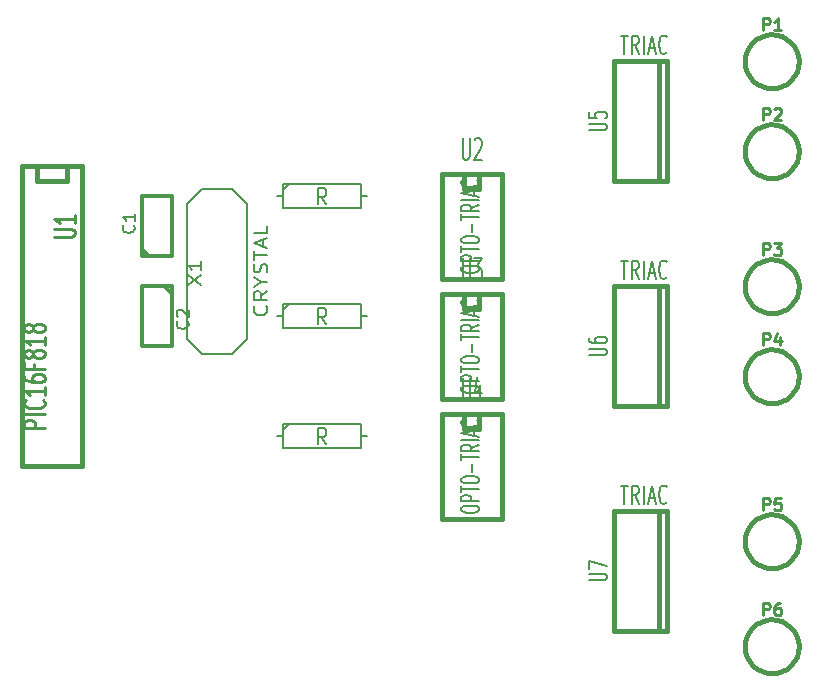
<source format=gto>
G04 (created by PCBNEW-RS274X (2012-apr-16-27)-stable) date lun 31 mar 2014 00:38:12 ART*
G01*
G70*
G90*
%MOIN*%
G04 Gerber Fmt 3.4, Leading zero omitted, Abs format*
%FSLAX34Y34*%
G04 APERTURE LIST*
%ADD10C,0.006000*%
%ADD11C,0.015000*%
%ADD12C,0.008000*%
%ADD13C,0.012000*%
%ADD14C,0.011300*%
%ADD15C,0.010000*%
G04 APERTURE END LIST*
G54D10*
G54D11*
X50250Y-19000D02*
X50500Y-19000D01*
X50500Y-19000D02*
X50500Y-23000D01*
X50500Y-23000D02*
X50250Y-23000D01*
X48750Y-19000D02*
X50250Y-19000D01*
X50250Y-19000D02*
X50250Y-23000D01*
X50250Y-23000D02*
X48750Y-23000D01*
X48750Y-23000D02*
X48750Y-19000D01*
X50250Y-26500D02*
X50500Y-26500D01*
X50500Y-26500D02*
X50500Y-30500D01*
X50500Y-30500D02*
X50250Y-30500D01*
X48750Y-26500D02*
X50250Y-26500D01*
X50250Y-26500D02*
X50250Y-30500D01*
X50250Y-30500D02*
X48750Y-30500D01*
X48750Y-30500D02*
X48750Y-26500D01*
X50250Y-34000D02*
X50500Y-34000D01*
X50500Y-34000D02*
X50500Y-38000D01*
X50500Y-38000D02*
X50250Y-38000D01*
X48750Y-34000D02*
X50250Y-34000D01*
X50250Y-34000D02*
X50250Y-38000D01*
X50250Y-38000D02*
X48750Y-38000D01*
X48750Y-38000D02*
X48750Y-34000D01*
G54D12*
X37500Y-23500D02*
X37700Y-23500D01*
X40500Y-23500D02*
X40300Y-23500D01*
X40300Y-23500D02*
X40300Y-23100D01*
X40300Y-23100D02*
X37700Y-23100D01*
X37700Y-23100D02*
X37700Y-23900D01*
X37700Y-23900D02*
X40300Y-23900D01*
X40300Y-23900D02*
X40300Y-23500D01*
X37700Y-23300D02*
X37900Y-23100D01*
X37500Y-27500D02*
X37700Y-27500D01*
X40500Y-27500D02*
X40300Y-27500D01*
X40300Y-27500D02*
X40300Y-27100D01*
X40300Y-27100D02*
X37700Y-27100D01*
X37700Y-27100D02*
X37700Y-27900D01*
X37700Y-27900D02*
X40300Y-27900D01*
X40300Y-27900D02*
X40300Y-27500D01*
X37700Y-27300D02*
X37900Y-27100D01*
X37500Y-31500D02*
X37700Y-31500D01*
X40500Y-31500D02*
X40300Y-31500D01*
X40300Y-31500D02*
X40300Y-31100D01*
X40300Y-31100D02*
X37700Y-31100D01*
X37700Y-31100D02*
X37700Y-31900D01*
X37700Y-31900D02*
X40300Y-31900D01*
X40300Y-31900D02*
X40300Y-31500D01*
X37700Y-31300D02*
X37900Y-31100D01*
G54D11*
X45000Y-22750D02*
X45000Y-26250D01*
X45000Y-26250D02*
X43000Y-26250D01*
X43000Y-26250D02*
X43000Y-22750D01*
X43000Y-22750D02*
X45000Y-22750D01*
X44250Y-22750D02*
X44250Y-23250D01*
X44250Y-23250D02*
X43750Y-23250D01*
X43750Y-23250D02*
X43750Y-22750D01*
X45000Y-26750D02*
X45000Y-30250D01*
X45000Y-30250D02*
X43000Y-30250D01*
X43000Y-30250D02*
X43000Y-26750D01*
X43000Y-26750D02*
X45000Y-26750D01*
X44250Y-26750D02*
X44250Y-27250D01*
X44250Y-27250D02*
X43750Y-27250D01*
X43750Y-27250D02*
X43750Y-26750D01*
X45000Y-30750D02*
X45000Y-34250D01*
X45000Y-34250D02*
X43000Y-34250D01*
X43000Y-34250D02*
X43000Y-30750D01*
X43000Y-30750D02*
X45000Y-30750D01*
X44250Y-30750D02*
X44250Y-31250D01*
X44250Y-31250D02*
X43750Y-31250D01*
X43750Y-31250D02*
X43750Y-30750D01*
X30500Y-22500D02*
X30500Y-23000D01*
X30500Y-23000D02*
X29500Y-23000D01*
X29500Y-23000D02*
X29500Y-22500D01*
X31000Y-22500D02*
X31000Y-32500D01*
X31000Y-32500D02*
X29000Y-32500D01*
X29000Y-32500D02*
X29000Y-22500D01*
X29000Y-22500D02*
X31000Y-22500D01*
X54900Y-19000D02*
X54882Y-19174D01*
X54832Y-19342D01*
X54749Y-19498D01*
X54638Y-19634D01*
X54503Y-19746D01*
X54348Y-19829D01*
X54180Y-19881D01*
X54006Y-19899D01*
X53832Y-19884D01*
X53663Y-19834D01*
X53508Y-19753D01*
X53371Y-19643D01*
X53258Y-19508D01*
X53173Y-19354D01*
X53120Y-19187D01*
X53101Y-19012D01*
X53115Y-18838D01*
X53164Y-18669D01*
X53244Y-18513D01*
X53353Y-18375D01*
X53487Y-18261D01*
X53640Y-18176D01*
X53807Y-18121D01*
X53982Y-18101D01*
X54156Y-18114D01*
X54325Y-18161D01*
X54482Y-18241D01*
X54620Y-18349D01*
X54735Y-18482D01*
X54822Y-18634D01*
X54877Y-18801D01*
X54899Y-18975D01*
X54900Y-19000D01*
X54900Y-22000D02*
X54882Y-22174D01*
X54832Y-22342D01*
X54749Y-22498D01*
X54638Y-22634D01*
X54503Y-22746D01*
X54348Y-22829D01*
X54180Y-22881D01*
X54006Y-22899D01*
X53832Y-22884D01*
X53663Y-22834D01*
X53508Y-22753D01*
X53371Y-22643D01*
X53258Y-22508D01*
X53173Y-22354D01*
X53120Y-22187D01*
X53101Y-22012D01*
X53115Y-21838D01*
X53164Y-21669D01*
X53244Y-21513D01*
X53353Y-21375D01*
X53487Y-21261D01*
X53640Y-21176D01*
X53807Y-21121D01*
X53982Y-21101D01*
X54156Y-21114D01*
X54325Y-21161D01*
X54482Y-21241D01*
X54620Y-21349D01*
X54735Y-21482D01*
X54822Y-21634D01*
X54877Y-21801D01*
X54899Y-21975D01*
X54900Y-22000D01*
X54900Y-26500D02*
X54882Y-26674D01*
X54832Y-26842D01*
X54749Y-26998D01*
X54638Y-27134D01*
X54503Y-27246D01*
X54348Y-27329D01*
X54180Y-27381D01*
X54006Y-27399D01*
X53832Y-27384D01*
X53663Y-27334D01*
X53508Y-27253D01*
X53371Y-27143D01*
X53258Y-27008D01*
X53173Y-26854D01*
X53120Y-26687D01*
X53101Y-26512D01*
X53115Y-26338D01*
X53164Y-26169D01*
X53244Y-26013D01*
X53353Y-25875D01*
X53487Y-25761D01*
X53640Y-25676D01*
X53807Y-25621D01*
X53982Y-25601D01*
X54156Y-25614D01*
X54325Y-25661D01*
X54482Y-25741D01*
X54620Y-25849D01*
X54735Y-25982D01*
X54822Y-26134D01*
X54877Y-26301D01*
X54899Y-26475D01*
X54900Y-26500D01*
X54900Y-29500D02*
X54882Y-29674D01*
X54832Y-29842D01*
X54749Y-29998D01*
X54638Y-30134D01*
X54503Y-30246D01*
X54348Y-30329D01*
X54180Y-30381D01*
X54006Y-30399D01*
X53832Y-30384D01*
X53663Y-30334D01*
X53508Y-30253D01*
X53371Y-30143D01*
X53258Y-30008D01*
X53173Y-29854D01*
X53120Y-29687D01*
X53101Y-29512D01*
X53115Y-29338D01*
X53164Y-29169D01*
X53244Y-29013D01*
X53353Y-28875D01*
X53487Y-28761D01*
X53640Y-28676D01*
X53807Y-28621D01*
X53982Y-28601D01*
X54156Y-28614D01*
X54325Y-28661D01*
X54482Y-28741D01*
X54620Y-28849D01*
X54735Y-28982D01*
X54822Y-29134D01*
X54877Y-29301D01*
X54899Y-29475D01*
X54900Y-29500D01*
X54900Y-35000D02*
X54882Y-35174D01*
X54832Y-35342D01*
X54749Y-35498D01*
X54638Y-35634D01*
X54503Y-35746D01*
X54348Y-35829D01*
X54180Y-35881D01*
X54006Y-35899D01*
X53832Y-35884D01*
X53663Y-35834D01*
X53508Y-35753D01*
X53371Y-35643D01*
X53258Y-35508D01*
X53173Y-35354D01*
X53120Y-35187D01*
X53101Y-35012D01*
X53115Y-34838D01*
X53164Y-34669D01*
X53244Y-34513D01*
X53353Y-34375D01*
X53487Y-34261D01*
X53640Y-34176D01*
X53807Y-34121D01*
X53982Y-34101D01*
X54156Y-34114D01*
X54325Y-34161D01*
X54482Y-34241D01*
X54620Y-34349D01*
X54735Y-34482D01*
X54822Y-34634D01*
X54877Y-34801D01*
X54899Y-34975D01*
X54900Y-35000D01*
X54900Y-38500D02*
X54882Y-38674D01*
X54832Y-38842D01*
X54749Y-38998D01*
X54638Y-39134D01*
X54503Y-39246D01*
X54348Y-39329D01*
X54180Y-39381D01*
X54006Y-39399D01*
X53832Y-39384D01*
X53663Y-39334D01*
X53508Y-39253D01*
X53371Y-39143D01*
X53258Y-39008D01*
X53173Y-38854D01*
X53120Y-38687D01*
X53101Y-38512D01*
X53115Y-38338D01*
X53164Y-38169D01*
X53244Y-38013D01*
X53353Y-37875D01*
X53487Y-37761D01*
X53640Y-37676D01*
X53807Y-37621D01*
X53982Y-37601D01*
X54156Y-37614D01*
X54325Y-37661D01*
X54482Y-37741D01*
X54620Y-37849D01*
X54735Y-37982D01*
X54822Y-38134D01*
X54877Y-38301D01*
X54899Y-38475D01*
X54900Y-38500D01*
G54D10*
X35000Y-28750D02*
X34500Y-28250D01*
X34500Y-23750D02*
X35000Y-23250D01*
X36000Y-23250D02*
X36500Y-23750D01*
X36000Y-28750D02*
X36500Y-28250D01*
X34500Y-28250D02*
X34500Y-23750D01*
X35000Y-28750D02*
X36000Y-28750D01*
X36500Y-28250D02*
X36500Y-23750D01*
X36000Y-23250D02*
X35000Y-23250D01*
G54D13*
X33000Y-25480D02*
X33000Y-23500D01*
X33000Y-23500D02*
X34000Y-23500D01*
X34000Y-23500D02*
X34000Y-25500D01*
X34000Y-25500D02*
X33000Y-25500D01*
X33250Y-25500D02*
X33000Y-25250D01*
X34000Y-26520D02*
X34000Y-28500D01*
X34000Y-28500D02*
X33000Y-28500D01*
X33000Y-28500D02*
X33000Y-26500D01*
X33000Y-26500D02*
X34000Y-26500D01*
X33750Y-26500D02*
X34000Y-26750D01*
G54D12*
X47893Y-21305D02*
X48379Y-21305D01*
X48436Y-21286D01*
X48464Y-21267D01*
X48493Y-21229D01*
X48493Y-21152D01*
X48464Y-21114D01*
X48436Y-21095D01*
X48379Y-21076D01*
X47893Y-21076D01*
X47893Y-20695D02*
X47893Y-20886D01*
X48179Y-20905D01*
X48150Y-20886D01*
X48121Y-20848D01*
X48121Y-20752D01*
X48150Y-20714D01*
X48179Y-20695D01*
X48236Y-20676D01*
X48379Y-20676D01*
X48436Y-20695D01*
X48464Y-20714D01*
X48493Y-20752D01*
X48493Y-20848D01*
X48464Y-20886D01*
X48436Y-20905D01*
X48969Y-18143D02*
X49198Y-18143D01*
X49083Y-18743D02*
X49083Y-18143D01*
X49560Y-18743D02*
X49426Y-18457D01*
X49331Y-18743D02*
X49331Y-18143D01*
X49484Y-18143D01*
X49522Y-18171D01*
X49541Y-18200D01*
X49560Y-18257D01*
X49560Y-18343D01*
X49541Y-18400D01*
X49522Y-18429D01*
X49484Y-18457D01*
X49331Y-18457D01*
X49731Y-18743D02*
X49731Y-18143D01*
X49902Y-18571D02*
X50093Y-18571D01*
X49864Y-18743D02*
X49997Y-18143D01*
X50131Y-18743D01*
X50493Y-18686D02*
X50474Y-18714D01*
X50417Y-18743D01*
X50379Y-18743D01*
X50321Y-18714D01*
X50283Y-18657D01*
X50264Y-18600D01*
X50245Y-18486D01*
X50245Y-18400D01*
X50264Y-18286D01*
X50283Y-18229D01*
X50321Y-18171D01*
X50379Y-18143D01*
X50417Y-18143D01*
X50474Y-18171D01*
X50493Y-18200D01*
X47893Y-28805D02*
X48379Y-28805D01*
X48436Y-28786D01*
X48464Y-28767D01*
X48493Y-28729D01*
X48493Y-28652D01*
X48464Y-28614D01*
X48436Y-28595D01*
X48379Y-28576D01*
X47893Y-28576D01*
X47893Y-28214D02*
X47893Y-28291D01*
X47921Y-28329D01*
X47950Y-28348D01*
X48036Y-28386D01*
X48150Y-28405D01*
X48379Y-28405D01*
X48436Y-28386D01*
X48464Y-28367D01*
X48493Y-28329D01*
X48493Y-28252D01*
X48464Y-28214D01*
X48436Y-28195D01*
X48379Y-28176D01*
X48236Y-28176D01*
X48179Y-28195D01*
X48150Y-28214D01*
X48121Y-28252D01*
X48121Y-28329D01*
X48150Y-28367D01*
X48179Y-28386D01*
X48236Y-28405D01*
X48969Y-25643D02*
X49198Y-25643D01*
X49083Y-26243D02*
X49083Y-25643D01*
X49560Y-26243D02*
X49426Y-25957D01*
X49331Y-26243D02*
X49331Y-25643D01*
X49484Y-25643D01*
X49522Y-25671D01*
X49541Y-25700D01*
X49560Y-25757D01*
X49560Y-25843D01*
X49541Y-25900D01*
X49522Y-25929D01*
X49484Y-25957D01*
X49331Y-25957D01*
X49731Y-26243D02*
X49731Y-25643D01*
X49902Y-26071D02*
X50093Y-26071D01*
X49864Y-26243D02*
X49997Y-25643D01*
X50131Y-26243D01*
X50493Y-26186D02*
X50474Y-26214D01*
X50417Y-26243D01*
X50379Y-26243D01*
X50321Y-26214D01*
X50283Y-26157D01*
X50264Y-26100D01*
X50245Y-25986D01*
X50245Y-25900D01*
X50264Y-25786D01*
X50283Y-25729D01*
X50321Y-25671D01*
X50379Y-25643D01*
X50417Y-25643D01*
X50474Y-25671D01*
X50493Y-25700D01*
X47893Y-36305D02*
X48379Y-36305D01*
X48436Y-36286D01*
X48464Y-36267D01*
X48493Y-36229D01*
X48493Y-36152D01*
X48464Y-36114D01*
X48436Y-36095D01*
X48379Y-36076D01*
X47893Y-36076D01*
X47893Y-35924D02*
X47893Y-35657D01*
X48493Y-35829D01*
X48969Y-33143D02*
X49198Y-33143D01*
X49083Y-33743D02*
X49083Y-33143D01*
X49560Y-33743D02*
X49426Y-33457D01*
X49331Y-33743D02*
X49331Y-33143D01*
X49484Y-33143D01*
X49522Y-33171D01*
X49541Y-33200D01*
X49560Y-33257D01*
X49560Y-33343D01*
X49541Y-33400D01*
X49522Y-33429D01*
X49484Y-33457D01*
X49331Y-33457D01*
X49731Y-33743D02*
X49731Y-33143D01*
X49902Y-33571D02*
X50093Y-33571D01*
X49864Y-33743D02*
X49997Y-33143D01*
X50131Y-33743D01*
X50493Y-33686D02*
X50474Y-33714D01*
X50417Y-33743D01*
X50379Y-33743D01*
X50321Y-33714D01*
X50283Y-33657D01*
X50264Y-33600D01*
X50245Y-33486D01*
X50245Y-33400D01*
X50264Y-33286D01*
X50283Y-33229D01*
X50321Y-33171D01*
X50379Y-33143D01*
X50417Y-33143D01*
X50474Y-33171D01*
X50493Y-33200D01*
X39155Y-23773D02*
X38988Y-23511D01*
X38869Y-23773D02*
X38869Y-23223D01*
X39060Y-23223D01*
X39107Y-23249D01*
X39131Y-23275D01*
X39155Y-23327D01*
X39155Y-23406D01*
X39131Y-23458D01*
X39107Y-23485D01*
X39060Y-23511D01*
X38869Y-23511D01*
X39155Y-27773D02*
X38988Y-27511D01*
X38869Y-27773D02*
X38869Y-27223D01*
X39060Y-27223D01*
X39107Y-27249D01*
X39131Y-27275D01*
X39155Y-27327D01*
X39155Y-27406D01*
X39131Y-27458D01*
X39107Y-27485D01*
X39060Y-27511D01*
X38869Y-27511D01*
X39155Y-31773D02*
X38988Y-31511D01*
X38869Y-31773D02*
X38869Y-31223D01*
X39060Y-31223D01*
X39107Y-31249D01*
X39131Y-31275D01*
X39155Y-31327D01*
X39155Y-31406D01*
X39131Y-31458D01*
X39107Y-31485D01*
X39060Y-31511D01*
X38869Y-31511D01*
X43695Y-21554D02*
X43695Y-22161D01*
X43714Y-22232D01*
X43733Y-22268D01*
X43771Y-22304D01*
X43848Y-22304D01*
X43886Y-22268D01*
X43905Y-22232D01*
X43924Y-22161D01*
X43924Y-21554D01*
X44095Y-21625D02*
X44114Y-21589D01*
X44152Y-21554D01*
X44248Y-21554D01*
X44286Y-21589D01*
X44305Y-21625D01*
X44324Y-21696D01*
X44324Y-21768D01*
X44305Y-21875D01*
X44076Y-22304D01*
X44324Y-22304D01*
X43643Y-25959D02*
X43643Y-25892D01*
X43671Y-25859D01*
X43729Y-25826D01*
X43843Y-25809D01*
X44043Y-25809D01*
X44157Y-25826D01*
X44214Y-25859D01*
X44243Y-25892D01*
X44243Y-25959D01*
X44214Y-25992D01*
X44157Y-26026D01*
X44043Y-26042D01*
X43843Y-26042D01*
X43729Y-26026D01*
X43671Y-25992D01*
X43643Y-25959D01*
X44243Y-25659D02*
X43643Y-25659D01*
X43643Y-25525D01*
X43671Y-25492D01*
X43700Y-25475D01*
X43757Y-25459D01*
X43843Y-25459D01*
X43900Y-25475D01*
X43929Y-25492D01*
X43957Y-25525D01*
X43957Y-25659D01*
X43643Y-25359D02*
X43643Y-25159D01*
X44243Y-25259D02*
X43643Y-25259D01*
X43643Y-24975D02*
X43643Y-24908D01*
X43671Y-24875D01*
X43729Y-24842D01*
X43843Y-24825D01*
X44043Y-24825D01*
X44157Y-24842D01*
X44214Y-24875D01*
X44243Y-24908D01*
X44243Y-24975D01*
X44214Y-25008D01*
X44157Y-25042D01*
X44043Y-25058D01*
X43843Y-25058D01*
X43729Y-25042D01*
X43671Y-25008D01*
X43643Y-24975D01*
X44014Y-24675D02*
X44014Y-24408D01*
X43643Y-24292D02*
X43643Y-24092D01*
X44243Y-24192D02*
X43643Y-24192D01*
X44243Y-23775D02*
X43957Y-23891D01*
X44243Y-23975D02*
X43643Y-23975D01*
X43643Y-23841D01*
X43671Y-23808D01*
X43700Y-23791D01*
X43757Y-23775D01*
X43843Y-23775D01*
X43900Y-23791D01*
X43929Y-23808D01*
X43957Y-23841D01*
X43957Y-23975D01*
X44243Y-23625D02*
X43643Y-23625D01*
X44071Y-23474D02*
X44071Y-23308D01*
X44243Y-23508D02*
X43643Y-23391D01*
X44243Y-23274D01*
X44186Y-22958D02*
X44214Y-22974D01*
X44243Y-23024D01*
X44243Y-23058D01*
X44214Y-23108D01*
X44157Y-23141D01*
X44100Y-23158D01*
X43986Y-23174D01*
X43900Y-23174D01*
X43786Y-23158D01*
X43729Y-23141D01*
X43671Y-23108D01*
X43643Y-23058D01*
X43643Y-23024D01*
X43671Y-22974D01*
X43700Y-22958D01*
X43695Y-25554D02*
X43695Y-26161D01*
X43714Y-26232D01*
X43733Y-26268D01*
X43771Y-26304D01*
X43848Y-26304D01*
X43886Y-26268D01*
X43905Y-26232D01*
X43924Y-26161D01*
X43924Y-25554D01*
X44076Y-25554D02*
X44324Y-25554D01*
X44190Y-25839D01*
X44248Y-25839D01*
X44286Y-25875D01*
X44305Y-25911D01*
X44324Y-25982D01*
X44324Y-26161D01*
X44305Y-26232D01*
X44286Y-26268D01*
X44248Y-26304D01*
X44133Y-26304D01*
X44095Y-26268D01*
X44076Y-26232D01*
X43643Y-29959D02*
X43643Y-29892D01*
X43671Y-29859D01*
X43729Y-29826D01*
X43843Y-29809D01*
X44043Y-29809D01*
X44157Y-29826D01*
X44214Y-29859D01*
X44243Y-29892D01*
X44243Y-29959D01*
X44214Y-29992D01*
X44157Y-30026D01*
X44043Y-30042D01*
X43843Y-30042D01*
X43729Y-30026D01*
X43671Y-29992D01*
X43643Y-29959D01*
X44243Y-29659D02*
X43643Y-29659D01*
X43643Y-29525D01*
X43671Y-29492D01*
X43700Y-29475D01*
X43757Y-29459D01*
X43843Y-29459D01*
X43900Y-29475D01*
X43929Y-29492D01*
X43957Y-29525D01*
X43957Y-29659D01*
X43643Y-29359D02*
X43643Y-29159D01*
X44243Y-29259D02*
X43643Y-29259D01*
X43643Y-28975D02*
X43643Y-28908D01*
X43671Y-28875D01*
X43729Y-28842D01*
X43843Y-28825D01*
X44043Y-28825D01*
X44157Y-28842D01*
X44214Y-28875D01*
X44243Y-28908D01*
X44243Y-28975D01*
X44214Y-29008D01*
X44157Y-29042D01*
X44043Y-29058D01*
X43843Y-29058D01*
X43729Y-29042D01*
X43671Y-29008D01*
X43643Y-28975D01*
X44014Y-28675D02*
X44014Y-28408D01*
X43643Y-28292D02*
X43643Y-28092D01*
X44243Y-28192D02*
X43643Y-28192D01*
X44243Y-27775D02*
X43957Y-27891D01*
X44243Y-27975D02*
X43643Y-27975D01*
X43643Y-27841D01*
X43671Y-27808D01*
X43700Y-27791D01*
X43757Y-27775D01*
X43843Y-27775D01*
X43900Y-27791D01*
X43929Y-27808D01*
X43957Y-27841D01*
X43957Y-27975D01*
X44243Y-27625D02*
X43643Y-27625D01*
X44071Y-27474D02*
X44071Y-27308D01*
X44243Y-27508D02*
X43643Y-27391D01*
X44243Y-27274D01*
X44186Y-26958D02*
X44214Y-26974D01*
X44243Y-27024D01*
X44243Y-27058D01*
X44214Y-27108D01*
X44157Y-27141D01*
X44100Y-27158D01*
X43986Y-27174D01*
X43900Y-27174D01*
X43786Y-27158D01*
X43729Y-27141D01*
X43671Y-27108D01*
X43643Y-27058D01*
X43643Y-27024D01*
X43671Y-26974D01*
X43700Y-26958D01*
X43695Y-29554D02*
X43695Y-30161D01*
X43714Y-30232D01*
X43733Y-30268D01*
X43771Y-30304D01*
X43848Y-30304D01*
X43886Y-30268D01*
X43905Y-30232D01*
X43924Y-30161D01*
X43924Y-29554D01*
X44286Y-29804D02*
X44286Y-30304D01*
X44190Y-29518D02*
X44095Y-30054D01*
X44343Y-30054D01*
X43643Y-33959D02*
X43643Y-33892D01*
X43671Y-33859D01*
X43729Y-33826D01*
X43843Y-33809D01*
X44043Y-33809D01*
X44157Y-33826D01*
X44214Y-33859D01*
X44243Y-33892D01*
X44243Y-33959D01*
X44214Y-33992D01*
X44157Y-34026D01*
X44043Y-34042D01*
X43843Y-34042D01*
X43729Y-34026D01*
X43671Y-33992D01*
X43643Y-33959D01*
X44243Y-33659D02*
X43643Y-33659D01*
X43643Y-33525D01*
X43671Y-33492D01*
X43700Y-33475D01*
X43757Y-33459D01*
X43843Y-33459D01*
X43900Y-33475D01*
X43929Y-33492D01*
X43957Y-33525D01*
X43957Y-33659D01*
X43643Y-33359D02*
X43643Y-33159D01*
X44243Y-33259D02*
X43643Y-33259D01*
X43643Y-32975D02*
X43643Y-32908D01*
X43671Y-32875D01*
X43729Y-32842D01*
X43843Y-32825D01*
X44043Y-32825D01*
X44157Y-32842D01*
X44214Y-32875D01*
X44243Y-32908D01*
X44243Y-32975D01*
X44214Y-33008D01*
X44157Y-33042D01*
X44043Y-33058D01*
X43843Y-33058D01*
X43729Y-33042D01*
X43671Y-33008D01*
X43643Y-32975D01*
X44014Y-32675D02*
X44014Y-32408D01*
X43643Y-32292D02*
X43643Y-32092D01*
X44243Y-32192D02*
X43643Y-32192D01*
X44243Y-31775D02*
X43957Y-31891D01*
X44243Y-31975D02*
X43643Y-31975D01*
X43643Y-31841D01*
X43671Y-31808D01*
X43700Y-31791D01*
X43757Y-31775D01*
X43843Y-31775D01*
X43900Y-31791D01*
X43929Y-31808D01*
X43957Y-31841D01*
X43957Y-31975D01*
X44243Y-31625D02*
X43643Y-31625D01*
X44071Y-31474D02*
X44071Y-31308D01*
X44243Y-31508D02*
X43643Y-31391D01*
X44243Y-31274D01*
X44186Y-30958D02*
X44214Y-30974D01*
X44243Y-31024D01*
X44243Y-31058D01*
X44214Y-31108D01*
X44157Y-31141D01*
X44100Y-31158D01*
X43986Y-31174D01*
X43900Y-31174D01*
X43786Y-31158D01*
X43729Y-31141D01*
X43671Y-31108D01*
X43643Y-31058D01*
X43643Y-31024D01*
X43671Y-30974D01*
X43700Y-30958D01*
G54D14*
X30083Y-24843D02*
X30650Y-24843D01*
X30717Y-24821D01*
X30750Y-24800D01*
X30783Y-24757D01*
X30783Y-24671D01*
X30750Y-24629D01*
X30717Y-24607D01*
X30650Y-24586D01*
X30083Y-24586D01*
X30783Y-24136D02*
X30783Y-24393D01*
X30783Y-24265D02*
X30083Y-24265D01*
X30183Y-24308D01*
X30250Y-24350D01*
X30283Y-24393D01*
X29783Y-31215D02*
X29083Y-31215D01*
X29083Y-31043D01*
X29117Y-31001D01*
X29150Y-30979D01*
X29217Y-30958D01*
X29317Y-30958D01*
X29383Y-30979D01*
X29417Y-31001D01*
X29450Y-31043D01*
X29450Y-31215D01*
X29783Y-30765D02*
X29083Y-30765D01*
X29717Y-30294D02*
X29750Y-30315D01*
X29783Y-30379D01*
X29783Y-30422D01*
X29750Y-30487D01*
X29683Y-30529D01*
X29617Y-30551D01*
X29483Y-30572D01*
X29383Y-30572D01*
X29250Y-30551D01*
X29183Y-30529D01*
X29117Y-30487D01*
X29083Y-30422D01*
X29083Y-30379D01*
X29117Y-30315D01*
X29150Y-30294D01*
X29783Y-29865D02*
X29783Y-30122D01*
X29783Y-29994D02*
X29083Y-29994D01*
X29183Y-30037D01*
X29250Y-30079D01*
X29283Y-30122D01*
X29083Y-29479D02*
X29083Y-29565D01*
X29117Y-29608D01*
X29150Y-29629D01*
X29250Y-29672D01*
X29383Y-29693D01*
X29650Y-29693D01*
X29717Y-29672D01*
X29750Y-29650D01*
X29783Y-29608D01*
X29783Y-29522D01*
X29750Y-29479D01*
X29717Y-29458D01*
X29650Y-29436D01*
X29483Y-29436D01*
X29417Y-29458D01*
X29383Y-29479D01*
X29350Y-29522D01*
X29350Y-29608D01*
X29383Y-29650D01*
X29417Y-29672D01*
X29483Y-29693D01*
X29417Y-29093D02*
X29417Y-29243D01*
X29783Y-29243D02*
X29083Y-29243D01*
X29083Y-29029D01*
X29383Y-28793D02*
X29350Y-28835D01*
X29317Y-28857D01*
X29250Y-28878D01*
X29217Y-28878D01*
X29150Y-28857D01*
X29117Y-28835D01*
X29083Y-28793D01*
X29083Y-28707D01*
X29117Y-28664D01*
X29150Y-28643D01*
X29217Y-28621D01*
X29250Y-28621D01*
X29317Y-28643D01*
X29350Y-28664D01*
X29383Y-28707D01*
X29383Y-28793D01*
X29417Y-28835D01*
X29450Y-28857D01*
X29517Y-28878D01*
X29650Y-28878D01*
X29717Y-28857D01*
X29750Y-28835D01*
X29783Y-28793D01*
X29783Y-28707D01*
X29750Y-28664D01*
X29717Y-28643D01*
X29650Y-28621D01*
X29517Y-28621D01*
X29450Y-28643D01*
X29417Y-28664D01*
X29383Y-28707D01*
X29783Y-28192D02*
X29783Y-28449D01*
X29783Y-28321D02*
X29083Y-28321D01*
X29183Y-28364D01*
X29250Y-28406D01*
X29283Y-28449D01*
X29383Y-27935D02*
X29350Y-27977D01*
X29317Y-27999D01*
X29250Y-28020D01*
X29217Y-28020D01*
X29150Y-27999D01*
X29117Y-27977D01*
X29083Y-27935D01*
X29083Y-27849D01*
X29117Y-27806D01*
X29150Y-27785D01*
X29217Y-27763D01*
X29250Y-27763D01*
X29317Y-27785D01*
X29350Y-27806D01*
X29383Y-27849D01*
X29383Y-27935D01*
X29417Y-27977D01*
X29450Y-27999D01*
X29517Y-28020D01*
X29650Y-28020D01*
X29717Y-27999D01*
X29750Y-27977D01*
X29783Y-27935D01*
X29783Y-27849D01*
X29750Y-27806D01*
X29717Y-27785D01*
X29650Y-27763D01*
X29517Y-27763D01*
X29450Y-27785D01*
X29417Y-27806D01*
X29383Y-27849D01*
G54D15*
X53705Y-17962D02*
X53705Y-17562D01*
X53858Y-17562D01*
X53896Y-17581D01*
X53915Y-17600D01*
X53934Y-17638D01*
X53934Y-17695D01*
X53915Y-17733D01*
X53896Y-17752D01*
X53858Y-17771D01*
X53705Y-17771D01*
X54315Y-17962D02*
X54086Y-17962D01*
X54200Y-17962D02*
X54200Y-17562D01*
X54162Y-17619D01*
X54124Y-17657D01*
X54086Y-17676D01*
X53705Y-20962D02*
X53705Y-20562D01*
X53858Y-20562D01*
X53896Y-20581D01*
X53915Y-20600D01*
X53934Y-20638D01*
X53934Y-20695D01*
X53915Y-20733D01*
X53896Y-20752D01*
X53858Y-20771D01*
X53705Y-20771D01*
X54086Y-20600D02*
X54105Y-20581D01*
X54143Y-20562D01*
X54239Y-20562D01*
X54277Y-20581D01*
X54296Y-20600D01*
X54315Y-20638D01*
X54315Y-20676D01*
X54296Y-20733D01*
X54067Y-20962D01*
X54315Y-20962D01*
X53705Y-25462D02*
X53705Y-25062D01*
X53858Y-25062D01*
X53896Y-25081D01*
X53915Y-25100D01*
X53934Y-25138D01*
X53934Y-25195D01*
X53915Y-25233D01*
X53896Y-25252D01*
X53858Y-25271D01*
X53705Y-25271D01*
X54067Y-25062D02*
X54315Y-25062D01*
X54181Y-25214D01*
X54239Y-25214D01*
X54277Y-25233D01*
X54296Y-25252D01*
X54315Y-25290D01*
X54315Y-25386D01*
X54296Y-25424D01*
X54277Y-25443D01*
X54239Y-25462D01*
X54124Y-25462D01*
X54086Y-25443D01*
X54067Y-25424D01*
X53705Y-28462D02*
X53705Y-28062D01*
X53858Y-28062D01*
X53896Y-28081D01*
X53915Y-28100D01*
X53934Y-28138D01*
X53934Y-28195D01*
X53915Y-28233D01*
X53896Y-28252D01*
X53858Y-28271D01*
X53705Y-28271D01*
X54277Y-28195D02*
X54277Y-28462D01*
X54181Y-28043D02*
X54086Y-28329D01*
X54334Y-28329D01*
X53705Y-33962D02*
X53705Y-33562D01*
X53858Y-33562D01*
X53896Y-33581D01*
X53915Y-33600D01*
X53934Y-33638D01*
X53934Y-33695D01*
X53915Y-33733D01*
X53896Y-33752D01*
X53858Y-33771D01*
X53705Y-33771D01*
X54296Y-33562D02*
X54105Y-33562D01*
X54086Y-33752D01*
X54105Y-33733D01*
X54143Y-33714D01*
X54239Y-33714D01*
X54277Y-33733D01*
X54296Y-33752D01*
X54315Y-33790D01*
X54315Y-33886D01*
X54296Y-33924D01*
X54277Y-33943D01*
X54239Y-33962D01*
X54143Y-33962D01*
X54105Y-33943D01*
X54086Y-33924D01*
X53705Y-37462D02*
X53705Y-37062D01*
X53858Y-37062D01*
X53896Y-37081D01*
X53915Y-37100D01*
X53934Y-37138D01*
X53934Y-37195D01*
X53915Y-37233D01*
X53896Y-37252D01*
X53858Y-37271D01*
X53705Y-37271D01*
X54277Y-37062D02*
X54200Y-37062D01*
X54162Y-37081D01*
X54143Y-37100D01*
X54105Y-37157D01*
X54086Y-37233D01*
X54086Y-37386D01*
X54105Y-37424D01*
X54124Y-37443D01*
X54162Y-37462D01*
X54239Y-37462D01*
X54277Y-37443D01*
X54296Y-37424D01*
X54315Y-37386D01*
X54315Y-37290D01*
X54296Y-37252D01*
X54277Y-37233D01*
X54239Y-37214D01*
X54162Y-37214D01*
X54124Y-37233D01*
X54105Y-37252D01*
X54086Y-37290D01*
G54D10*
X34532Y-26455D02*
X34982Y-26121D01*
X34532Y-26121D02*
X34982Y-26455D01*
X34982Y-25669D02*
X34982Y-25955D01*
X34982Y-25812D02*
X34532Y-25812D01*
X34596Y-25860D01*
X34639Y-25907D01*
X34661Y-25955D01*
X37139Y-27155D02*
X37161Y-27179D01*
X37182Y-27250D01*
X37182Y-27298D01*
X37161Y-27370D01*
X37118Y-27417D01*
X37075Y-27441D01*
X36989Y-27465D01*
X36925Y-27465D01*
X36839Y-27441D01*
X36796Y-27417D01*
X36754Y-27370D01*
X36732Y-27298D01*
X36732Y-27250D01*
X36754Y-27179D01*
X36775Y-27155D01*
X37182Y-26655D02*
X36968Y-26822D01*
X37182Y-26941D02*
X36732Y-26941D01*
X36732Y-26750D01*
X36754Y-26703D01*
X36775Y-26679D01*
X36818Y-26655D01*
X36882Y-26655D01*
X36925Y-26679D01*
X36946Y-26703D01*
X36968Y-26750D01*
X36968Y-26941D01*
X36968Y-26346D02*
X37182Y-26346D01*
X36732Y-26512D02*
X36968Y-26346D01*
X36732Y-26179D01*
X37161Y-26036D02*
X37182Y-25964D01*
X37182Y-25845D01*
X37161Y-25798D01*
X37139Y-25774D01*
X37096Y-25750D01*
X37054Y-25750D01*
X37011Y-25774D01*
X36989Y-25798D01*
X36968Y-25845D01*
X36946Y-25941D01*
X36925Y-25988D01*
X36904Y-26012D01*
X36861Y-26036D01*
X36818Y-26036D01*
X36775Y-26012D01*
X36754Y-25988D01*
X36732Y-25941D01*
X36732Y-25821D01*
X36754Y-25750D01*
X36732Y-25607D02*
X36732Y-25322D01*
X37182Y-25465D02*
X36732Y-25465D01*
X37054Y-25179D02*
X37054Y-24941D01*
X37182Y-25226D02*
X36732Y-25060D01*
X37182Y-24893D01*
X37182Y-24488D02*
X37182Y-24726D01*
X36732Y-24726D01*
G54D12*
X32724Y-24466D02*
X32743Y-24485D01*
X32762Y-24542D01*
X32762Y-24580D01*
X32743Y-24638D01*
X32705Y-24676D01*
X32667Y-24695D01*
X32590Y-24714D01*
X32533Y-24714D01*
X32457Y-24695D01*
X32419Y-24676D01*
X32381Y-24638D01*
X32362Y-24580D01*
X32362Y-24542D01*
X32381Y-24485D01*
X32400Y-24466D01*
X32762Y-24085D02*
X32762Y-24314D01*
X32762Y-24200D02*
X32362Y-24200D01*
X32419Y-24238D01*
X32457Y-24276D01*
X32476Y-24314D01*
X34524Y-27666D02*
X34543Y-27685D01*
X34562Y-27742D01*
X34562Y-27780D01*
X34543Y-27838D01*
X34505Y-27876D01*
X34467Y-27895D01*
X34390Y-27914D01*
X34333Y-27914D01*
X34257Y-27895D01*
X34219Y-27876D01*
X34181Y-27838D01*
X34162Y-27780D01*
X34162Y-27742D01*
X34181Y-27685D01*
X34200Y-27666D01*
X34200Y-27514D02*
X34181Y-27495D01*
X34162Y-27457D01*
X34162Y-27361D01*
X34181Y-27323D01*
X34200Y-27304D01*
X34238Y-27285D01*
X34276Y-27285D01*
X34333Y-27304D01*
X34562Y-27533D01*
X34562Y-27285D01*
M02*

</source>
